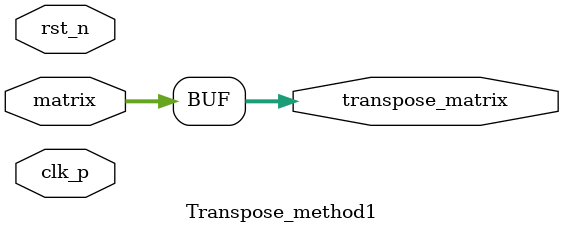
<source format=v>
module Transpose_method1
#(
    parameter DATA_WIDTH     = 'd8, //input_shape[0][0]
    parameter INPUT_SHAPE_1  = 'd128, //input_shape[0][1]
    parameter INPUT_SHAPE_2  = 'd768, //input_shape[0][2]
    parameter INPUT_SHAPE_3  = 'd1, //input_shape[0][3]
    parameter OUTPUT_SHAPE_1 = 'd768, //output_shape[0][1]
    parameter OUTPUT_SHAPE_2 = 'd128, //output_shape[0][2]
    parameter OUTPUT_SHAPE_3 = 'd1 //output_shape[0][3]
) (
    //********************************* System Signal *********************************
    input                                                           clk_p,
    input                                                           rst_n,
    //********************************* Input Signal *********************************
    input  signed [INPUT_SHAPE_1 * INPUT_SHAPE_2 * INPUT_SHAPE_3 * DATA_WIDTH - 1 : 0]    matrix,

    //********************************* Output Signal *********************************
    output signed [OUTPUT_SHAPE_1 * OUTPUT_SHAPE_2 * OUTPUT_SHAPE_3 * DATA_WIDTH - 1 : 0]  transpose_matrix
);

assign transpose_matrix = matrix;

endmodule
</source>
